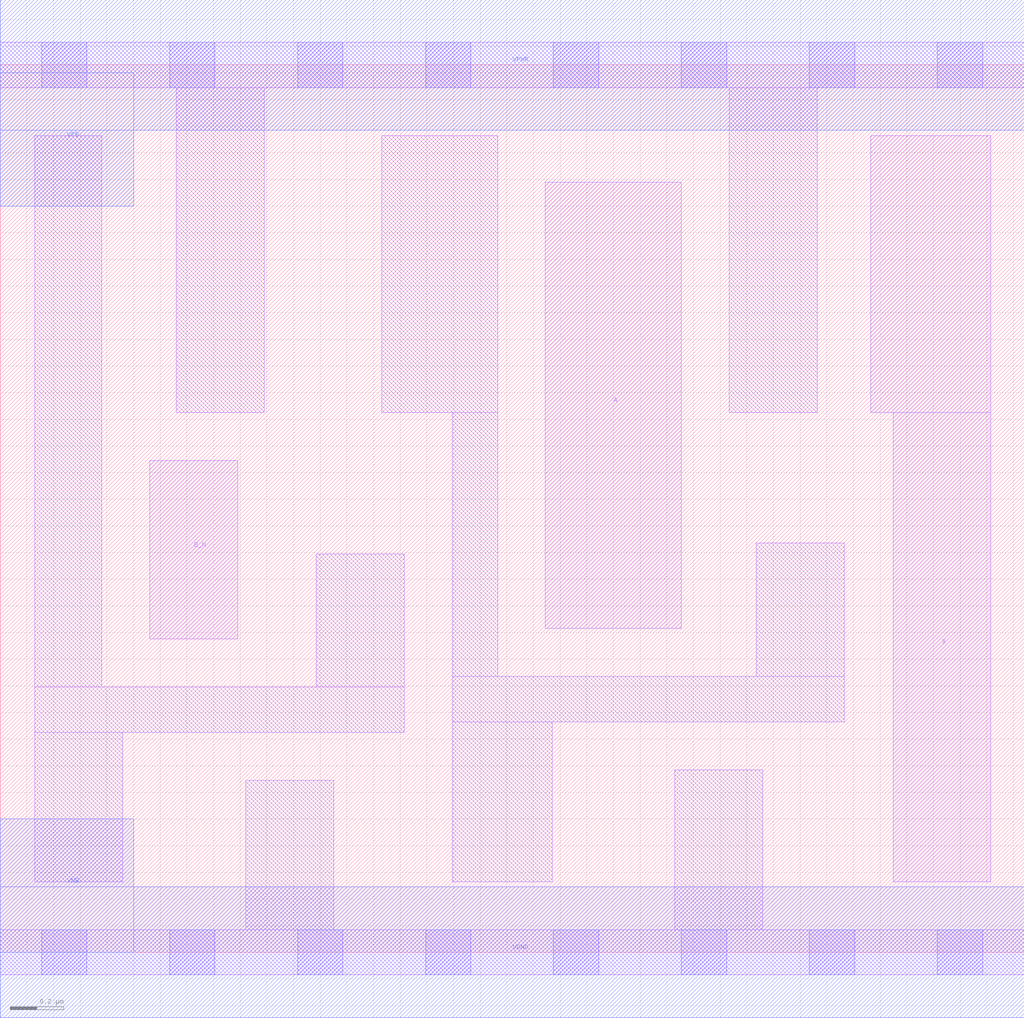
<source format=lef>
# Copyright 2020 The SkyWater PDK Authors
#
# Licensed under the Apache License, Version 2.0 (the "License");
# you may not use this file except in compliance with the License.
# You may obtain a copy of the License at
#
#     https://www.apache.org/licenses/LICENSE-2.0
#
# Unless required by applicable law or agreed to in writing, software
# distributed under the License is distributed on an "AS IS" BASIS,
# WITHOUT WARRANTIES OR CONDITIONS OF ANY KIND, either express or implied.
# See the License for the specific language governing permissions and
# limitations under the License.
#
# SPDX-License-Identifier: Apache-2.0

VERSION 5.5 ;
NAMESCASESENSITIVE ON ;
BUSBITCHARS "[]" ;
DIVIDERCHAR "/" ;
MACRO sky130_fd_sc_lp__or2b_lp
  CLASS CORE ;
  SOURCE USER ;
  ORIGIN  0.000000  0.000000 ;
  SIZE  3.840000 BY  3.330000 ;
  SYMMETRY X Y R90 ;
  SITE unit ;
  PIN A
    ANTENNAGATEAREA  0.376000 ;
    DIRECTION INPUT ;
    USE SIGNAL ;
    PORT
      LAYER li1 ;
        RECT 2.045000 1.215000 2.555000 2.890000 ;
    END
  END A
  PIN B_N
    ANTENNAGATEAREA  0.376000 ;
    DIRECTION INPUT ;
    USE SIGNAL ;
    PORT
      LAYER li1 ;
        RECT 0.560000 1.175000 0.890000 1.845000 ;
    END
  END B_N
  PIN X
    ANTENNADIFFAREA  0.404700 ;
    DIRECTION OUTPUT ;
    USE SIGNAL ;
    PORT
      LAYER li1 ;
        RECT 3.265000 2.025000 3.715000 3.065000 ;
        RECT 3.350000 0.265000 3.715000 2.025000 ;
    END
  END X
  PIN VGND
    DIRECTION INOUT ;
    USE GROUND ;
    PORT
      LAYER met1 ;
        RECT 0.000000 -0.245000 3.840000 0.245000 ;
    END
  END VGND
  PIN VNB
    DIRECTION INOUT ;
    USE GROUND ;
    PORT
      LAYER met1 ;
        RECT 0.000000 0.000000 0.500000 0.500000 ;
    END
  END VNB
  PIN VPB
    DIRECTION INOUT ;
    USE POWER ;
    PORT
      LAYER met1 ;
        RECT 0.000000 2.800000 0.500000 3.300000 ;
    END
  END VPB
  PIN VPWR
    DIRECTION INOUT ;
    USE POWER ;
    PORT
      LAYER met1 ;
        RECT 0.000000 3.085000 3.840000 3.575000 ;
    END
  END VPWR
  OBS
    LAYER li1 ;
      RECT 0.000000 -0.085000 3.840000 0.085000 ;
      RECT 0.000000  3.245000 3.840000 3.415000 ;
      RECT 0.130000  0.265000 0.460000 0.825000 ;
      RECT 0.130000  0.825000 1.515000 0.995000 ;
      RECT 0.130000  0.995000 0.380000 3.065000 ;
      RECT 0.660000  2.025000 0.990000 3.245000 ;
      RECT 0.920000  0.085000 1.250000 0.645000 ;
      RECT 1.185000  0.995000 1.515000 1.495000 ;
      RECT 1.430000  2.025000 1.865000 3.065000 ;
      RECT 1.695000  0.265000 2.070000 0.865000 ;
      RECT 1.695000  0.865000 3.165000 1.035000 ;
      RECT 1.695000  1.035000 1.865000 2.025000 ;
      RECT 2.530000  0.085000 2.860000 0.685000 ;
      RECT 2.735000  2.025000 3.065000 3.245000 ;
      RECT 2.835000  1.035000 3.165000 1.535000 ;
    LAYER mcon ;
      RECT 0.155000 -0.085000 0.325000 0.085000 ;
      RECT 0.155000  3.245000 0.325000 3.415000 ;
      RECT 0.635000 -0.085000 0.805000 0.085000 ;
      RECT 0.635000  3.245000 0.805000 3.415000 ;
      RECT 1.115000 -0.085000 1.285000 0.085000 ;
      RECT 1.115000  3.245000 1.285000 3.415000 ;
      RECT 1.595000 -0.085000 1.765000 0.085000 ;
      RECT 1.595000  3.245000 1.765000 3.415000 ;
      RECT 2.075000 -0.085000 2.245000 0.085000 ;
      RECT 2.075000  3.245000 2.245000 3.415000 ;
      RECT 2.555000 -0.085000 2.725000 0.085000 ;
      RECT 2.555000  3.245000 2.725000 3.415000 ;
      RECT 3.035000 -0.085000 3.205000 0.085000 ;
      RECT 3.035000  3.245000 3.205000 3.415000 ;
      RECT 3.515000 -0.085000 3.685000 0.085000 ;
      RECT 3.515000  3.245000 3.685000 3.415000 ;
  END
END sky130_fd_sc_lp__or2b_lp

</source>
